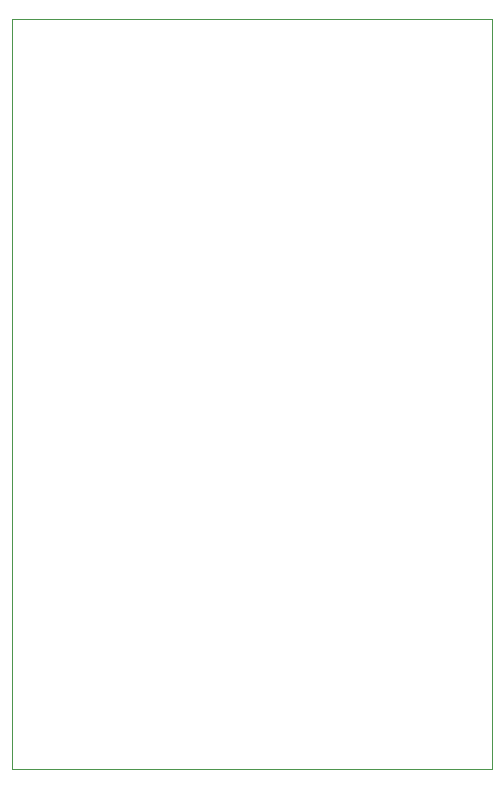
<source format=gbr>
G04 #@! TF.GenerationSoftware,KiCad,Pcbnew,(5.1.4-0-10_14)*
G04 #@! TF.CreationDate,2019-12-23T11:43:40-06:00*
G04 #@! TF.ProjectId,MIDI_RECEIVER,4d494449-5f52-4454-9345-495645522e6b,rev?*
G04 #@! TF.SameCoordinates,Original*
G04 #@! TF.FileFunction,Profile,NP*
%FSLAX46Y46*%
G04 Gerber Fmt 4.6, Leading zero omitted, Abs format (unit mm)*
G04 Created by KiCad (PCBNEW (5.1.4-0-10_14)) date 2019-12-23 11:43:40*
%MOMM*%
%LPD*%
G04 APERTURE LIST*
%ADD10C,0.050000*%
G04 APERTURE END LIST*
D10*
X101600000Y-137160000D02*
X101600000Y-139700000D01*
X142240000Y-137160000D02*
X142240000Y-137414000D01*
X142240000Y-137414000D02*
X142240000Y-139700000D01*
X101600000Y-137160000D02*
X101600000Y-76200000D01*
X142240000Y-139700000D02*
X101600000Y-139700000D01*
X142240000Y-76200000D02*
X142240000Y-137160000D01*
X101600000Y-76200000D02*
X142240000Y-76200000D01*
M02*

</source>
